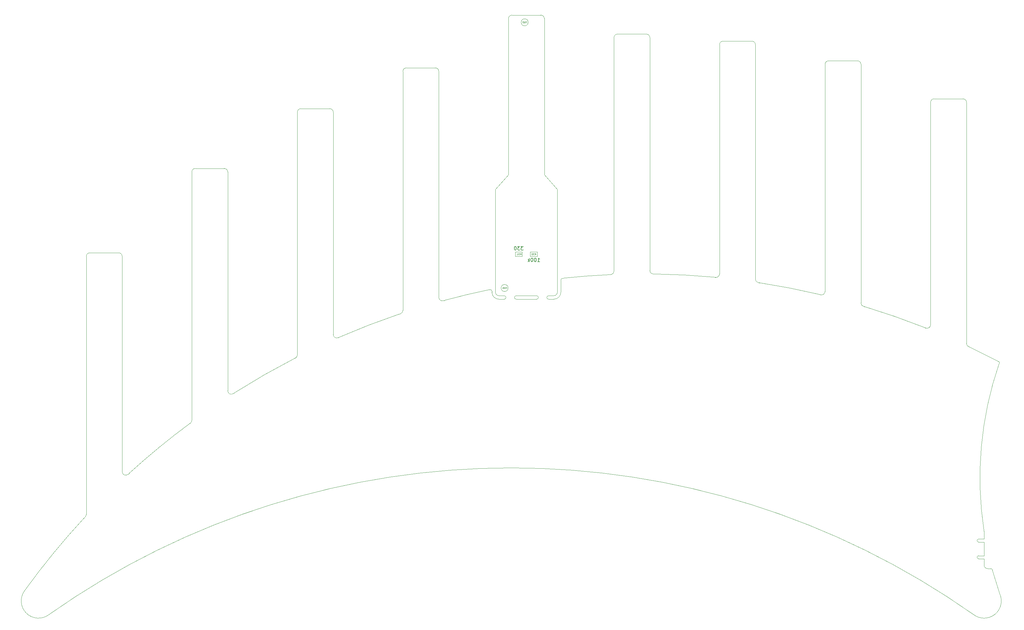
<source format=gbr>
%TF.GenerationSoftware,KiCad,Pcbnew,5.1.10-88a1d61d58~90~ubuntu20.04.1*%
%TF.CreationDate,2021-11-19T20:23:52-08:00*%
%TF.ProjectId,menorah555a,6d656e6f-7261-4683-9535-35612e6b6963,A*%
%TF.SameCoordinates,Original*%
%TF.FileFunction,Other,Fab,Bot*%
%FSLAX46Y46*%
G04 Gerber Fmt 4.6, Leading zero omitted, Abs format (unit mm)*
G04 Created by KiCad (PCBNEW 5.1.10-88a1d61d58~90~ubuntu20.04.1) date 2021-11-19 20:23:52*
%MOMM*%
%LPD*%
G01*
G04 APERTURE LIST*
%TA.AperFunction,Profile*%
%ADD10C,0.050000*%
%TD*%
%ADD11C,0.100000*%
%ADD12C,0.060000*%
%ADD13C,0.150000*%
%ADD14C,0.080000*%
G04 APERTURE END LIST*
D10*
X197600000Y-133200000D02*
X203400000Y-133200000D01*
X197600000Y-134200000D02*
X203400000Y-134200000D01*
X192700000Y-134200000D02*
X194200000Y-134200000D01*
X206800000Y-134200000D02*
X208300000Y-134200000D01*
X192700000Y-133200000D02*
X194200000Y-133200000D01*
X197600000Y-134200000D02*
G75*
G02*
X197600000Y-133200000I0J500000D01*
G01*
X203400000Y-133200000D02*
G75*
G02*
X203400000Y-134200000I0J-500000D01*
G01*
X206800000Y-134200000D02*
G75*
G02*
X206800000Y-133200000I0J500000D01*
G01*
X194200000Y-133200000D02*
G75*
G02*
X194200000Y-134200000I0J-500000D01*
G01*
X330600000Y-208000000D02*
X330600000Y-209800000D01*
X330600000Y-203250000D02*
X330600000Y-207149000D01*
X329030000Y-203249000D02*
G75*
G02*
X329030000Y-202399000I0J425000D01*
G01*
X329030000Y-203249000D02*
X330600000Y-203249000D01*
X329030000Y-202399000D02*
X330600000Y-202399000D01*
X329030000Y-207999000D02*
G75*
G02*
X329030000Y-207149000I0J425000D01*
G01*
X329030000Y-207149000D02*
X330600000Y-207149000D01*
X329030000Y-207999000D02*
X330600000Y-207999000D01*
X334473216Y-151784307D02*
X334841394Y-151986459D01*
X326209269Y-147680505D02*
X326340000Y-147740000D01*
X334473217Y-151784307D02*
G75*
G03*
X326340000Y-147740000I-100603217J-192115693D01*
G01*
X313693401Y-142252243D02*
X313977382Y-142376308D01*
X296341181Y-136225926D02*
X296540000Y-136280000D01*
X313693401Y-142252243D02*
G75*
G03*
X296540000Y-136280000I-79823401J-201647757D01*
G01*
X283817199Y-132845881D02*
X284141181Y-132935926D01*
X266392088Y-129478148D02*
X266730000Y-129520000D01*
X283817199Y-132845881D02*
G75*
G03*
X266730000Y-129520000I-49947199J-211054119D01*
G01*
X253945960Y-127939407D02*
X254312844Y-127986195D01*
X236634899Y-127029391D02*
X236940000Y-127030000D01*
X253945960Y-127939408D02*
G75*
G03*
X236940000Y-127030000I-20075960J-215960592D01*
G01*
X224310641Y-127212249D02*
X224573648Y-127204808D01*
X211100000Y-128200000D02*
X210713176Y-128247596D01*
X224310641Y-127212249D02*
G75*
G03*
X211100000Y-128200000I9559359J-216687751D01*
G01*
X210713176Y-128247596D02*
G75*
G03*
X210300000Y-128740000I86824J-492404D01*
G01*
X189818328Y-131513618D02*
X190070590Y-131457037D01*
X190070590Y-131457037D02*
G75*
G02*
X190700000Y-131940000I129410J-482963D01*
G01*
X177300000Y-134500000D02*
X176925568Y-134605519D01*
X189818328Y-131513619D02*
G75*
G03*
X177300000Y-134500000I44051672J-212386381D01*
G01*
X147100000Y-145100000D02*
X147022618Y-145136308D01*
X164658819Y-138335926D02*
X164398003Y-138414929D01*
X164398003Y-138414928D02*
G75*
G03*
X147100000Y-145100000I69471997J-205485072D01*
G01*
X117400000Y-160900000D02*
X117229320Y-161007146D01*
X134929919Y-150858048D02*
X134801847Y-150922131D01*
X134801848Y-150922131D02*
G75*
G03*
X117400000Y-160900000I99088152J-192977869D01*
G01*
X104841866Y-169519312D02*
X104929919Y-169458048D01*
X75069131Y-196113145D02*
X74841689Y-196355905D01*
X87600000Y-183700000D02*
X87294658Y-183979340D01*
X313977382Y-142376308D02*
G75*
G03*
X315400000Y-141470000I422618J906308D01*
G01*
X284141181Y-132935926D02*
G75*
G03*
X285400000Y-131970000I258819J965926D01*
G01*
X254312844Y-127986195D02*
G75*
G03*
X255400000Y-126990000I87156J996195D01*
G01*
X224573648Y-127204808D02*
G75*
G03*
X225400000Y-126220000I-173648J984808D01*
G01*
X164658819Y-138335926D02*
G75*
G03*
X165400000Y-137370000I-258819J965926D01*
G01*
X134929919Y-150858048D02*
G75*
G03*
X135400000Y-150010000I-529919J848048D01*
G01*
X326209269Y-147680505D02*
G75*
G02*
X325600000Y-146760000I390731J920505D01*
G01*
X296341181Y-136225926D02*
G75*
G02*
X295600000Y-135260000I258819J965926D01*
G01*
X266392088Y-129478148D02*
G75*
G02*
X265600000Y-128500000I207912J978148D01*
G01*
X236634899Y-127029391D02*
G75*
G02*
X235600000Y-126030000I-34899J999391D01*
G01*
X176925568Y-134605519D02*
G75*
G02*
X175600000Y-133660000I-325568J945519D01*
G01*
X147022618Y-145136308D02*
G75*
G02*
X145600000Y-144230000I-422618J906308D01*
G01*
X117229320Y-161007146D02*
G75*
G02*
X115600000Y-160230000I-629320J777146D01*
G01*
X104929919Y-169458048D02*
G75*
G03*
X105400000Y-168610000I-529919J848048D01*
G01*
X87294658Y-183979340D02*
G75*
G02*
X85600000Y-183260000I-694658J719340D01*
G01*
X75069131Y-196113145D02*
G75*
G03*
X75400000Y-195370000I-669131J743145D01*
G01*
X74841689Y-196355905D02*
G75*
G03*
X57824000Y-217136000I158968311J-147544095D01*
G01*
X210300000Y-132200000D02*
X210300000Y-128740000D01*
X190700000Y-132200000D02*
X190700000Y-131940000D01*
X210300000Y-132200000D02*
G75*
G02*
X208300000Y-134200000I-2000000J0D01*
G01*
X192700000Y-134200000D02*
G75*
G02*
X190700000Y-132200000I0J2000000D01*
G01*
X209300000Y-132200000D02*
G75*
G02*
X208300000Y-133200000I-1000000J0D01*
G01*
X192700000Y-133200000D02*
G75*
G02*
X191700000Y-132200000I0J1000000D01*
G01*
X330600000Y-209800000D02*
G75*
G03*
X331600000Y-210800000I1000000J0D01*
G01*
X332889778Y-211022354D02*
X332963500Y-211270827D01*
X332889778Y-211022354D02*
G75*
G03*
X332600000Y-210800000I-289778J-77646D01*
G01*
X331600000Y-210800000D02*
X332600000Y-210800000D01*
X332963500Y-211270827D02*
G75*
G03*
X335030000Y-217906000I96036500J26270827D01*
G01*
X334963541Y-152291394D02*
X334868155Y-152553185D01*
X330600000Y-202399000D02*
X330600000Y-200200000D01*
X334963541Y-152291394D02*
G75*
G03*
X334841394Y-151986459I-213541J91394D01*
G01*
X327511852Y-223813089D02*
X327603497Y-223876946D01*
X64764915Y-223901327D02*
X64850309Y-223837228D01*
X64764915Y-223901326D02*
G75*
G02*
X57824000Y-217136000I-2964915J3901326D01*
G01*
X327603497Y-223876946D02*
G75*
G03*
X335030000Y-217906000I2996503J3876946D01*
G01*
X334868155Y-152553185D02*
G75*
G03*
X330600000Y-200200000I94131845J-32446815D01*
G01*
X104841866Y-169519312D02*
G75*
G03*
X87600000Y-183700000I128968134J-174380688D01*
G01*
X327511852Y-223813090D02*
G75*
G03*
X64850000Y-223840000I-131311852J-186186910D01*
G01*
X285400000Y-67400000D02*
G75*
G02*
X286400000Y-66400000I1000000J0D01*
G01*
X325600000Y-78200000D02*
X325600000Y-146760000D01*
X235600000Y-59800000D02*
X235600000Y-126030000D01*
X234600000Y-58800000D02*
G75*
G02*
X235600000Y-59800000I0J-1000000D01*
G01*
X226400000Y-58800000D02*
X234600000Y-58800000D01*
X225400000Y-59800000D02*
G75*
G02*
X226400000Y-58800000I1000000J0D01*
G01*
X225400000Y-126220000D02*
X225400000Y-59800000D01*
X286400000Y-66400000D02*
X294600000Y-66400000D01*
X315400000Y-78200000D02*
G75*
G02*
X316400000Y-77200000I1000000J0D01*
G01*
X315400000Y-141470000D02*
X315400000Y-78200000D01*
X264600000Y-60800000D02*
G75*
G02*
X265600000Y-61800000I0J-1000000D01*
G01*
X316400000Y-77200000D02*
X324600000Y-77200000D01*
X265600000Y-61800000D02*
X265600000Y-128500000D01*
X295600000Y-67400000D02*
X295600000Y-135260000D01*
X324600000Y-77200000D02*
G75*
G02*
X325600000Y-78200000I0J-1000000D01*
G01*
X255400000Y-126990000D02*
X255400000Y-61800000D01*
X285400000Y-131970000D02*
X285400000Y-67400000D01*
X256400000Y-60800000D02*
X264600000Y-60800000D01*
X294600000Y-66400000D02*
G75*
G02*
X295600000Y-67400000I0J-1000000D01*
G01*
X255400000Y-61800000D02*
G75*
G02*
X256400000Y-60800000I1000000J0D01*
G01*
X165400000Y-69400000D02*
G75*
G02*
X166400000Y-68400000I1000000J0D01*
G01*
X166400000Y-68400000D02*
X174600000Y-68400000D01*
X175600000Y-69400000D02*
X175600000Y-133660000D01*
X165400000Y-137370000D02*
X165400000Y-69400000D01*
X174600000Y-68400000D02*
G75*
G02*
X175600000Y-69400000I0J-1000000D01*
G01*
X145600000Y-81000000D02*
X145600000Y-144230000D01*
X144600000Y-80000000D02*
G75*
G02*
X145600000Y-81000000I0J-1000000D01*
G01*
X136400000Y-80000000D02*
X144600000Y-80000000D01*
X135400000Y-81000000D02*
G75*
G02*
X136400000Y-80000000I1000000J0D01*
G01*
X135400000Y-150010000D02*
X135400000Y-81000000D01*
X115600000Y-98000000D02*
X115600000Y-160230000D01*
X114600000Y-97000000D02*
G75*
G02*
X115600000Y-98000000I0J-1000000D01*
G01*
X106400000Y-97000000D02*
X114600000Y-97000000D01*
X105400000Y-98000000D02*
G75*
G02*
X106400000Y-97000000I1000000J0D01*
G01*
X105400000Y-168610000D02*
X105400000Y-98000000D01*
X205600000Y-98800000D02*
X209300000Y-103000000D01*
X205600000Y-54400000D02*
X205600000Y-98800000D01*
X195400000Y-98800000D02*
X191700000Y-103000000D01*
X195400000Y-54400000D02*
X195400000Y-98800000D01*
X204600000Y-53400000D02*
G75*
G02*
X205600000Y-54400000I0J-1000000D01*
G01*
X196400000Y-53400000D02*
X204600000Y-53400000D01*
X195400000Y-54400000D02*
G75*
G02*
X196400000Y-53400000I1000000J0D01*
G01*
X209300000Y-103000000D02*
X209300000Y-132200000D01*
X206800000Y-133200000D02*
X208300000Y-133200000D01*
X191700000Y-103000000D02*
X191700000Y-132200000D01*
X84600000Y-121000000D02*
G75*
G02*
X85600000Y-122000000I0J-1000000D01*
G01*
X75400000Y-122000000D02*
G75*
G02*
X76400000Y-121000000I1000000J0D01*
G01*
X75400000Y-195370000D02*
X75400000Y-122000000D01*
X85600000Y-122000000D02*
X85600000Y-183260000D01*
X76400000Y-121000000D02*
X84600000Y-121000000D01*
D11*
%TO.C,FID4*%
X195310000Y-131010000D02*
G75*
G03*
X195310000Y-131010000I-1000000J0D01*
G01*
%TO.C,FID3*%
X201010000Y-55460000D02*
G75*
G03*
X201010000Y-55460000I-1000000J0D01*
G01*
%TO.C,R30*%
X201612500Y-122025000D02*
X203612500Y-122025000D01*
X201612500Y-120775000D02*
X201612500Y-122025000D01*
X203612500Y-120775000D02*
X201612500Y-120775000D01*
X203612500Y-122025000D02*
X203612500Y-120775000D01*
%TO.C,R31*%
X199300000Y-120775000D02*
X197300000Y-120775000D01*
X199300000Y-122025000D02*
X199300000Y-120775000D01*
X197300000Y-122025000D02*
X199300000Y-122025000D01*
X197300000Y-120775000D02*
X197300000Y-122025000D01*
%TD*%
%TO.C,FID4*%
D12*
X194738571Y-130981428D02*
X194871904Y-130981428D01*
X194871904Y-131190952D02*
X194871904Y-130790952D01*
X194681428Y-130790952D01*
X194529047Y-131190952D02*
X194529047Y-130790952D01*
X194338571Y-131190952D02*
X194338571Y-130790952D01*
X194243333Y-130790952D01*
X194186190Y-130810000D01*
X194148095Y-130848095D01*
X194129047Y-130886190D01*
X194110000Y-130962380D01*
X194110000Y-131019523D01*
X194129047Y-131095714D01*
X194148095Y-131133809D01*
X194186190Y-131171904D01*
X194243333Y-131190952D01*
X194338571Y-131190952D01*
X193767142Y-130924285D02*
X193767142Y-131190952D01*
X193862380Y-130771904D02*
X193957619Y-131057619D01*
X193710000Y-131057619D01*
%TO.C,FID3*%
X200438571Y-55431428D02*
X200571904Y-55431428D01*
X200571904Y-55640952D02*
X200571904Y-55240952D01*
X200381428Y-55240952D01*
X200229047Y-55640952D02*
X200229047Y-55240952D01*
X200038571Y-55640952D02*
X200038571Y-55240952D01*
X199943333Y-55240952D01*
X199886190Y-55260000D01*
X199848095Y-55298095D01*
X199829047Y-55336190D01*
X199810000Y-55412380D01*
X199810000Y-55469523D01*
X199829047Y-55545714D01*
X199848095Y-55583809D01*
X199886190Y-55621904D01*
X199943333Y-55640952D01*
X200038571Y-55640952D01*
X199676666Y-55240952D02*
X199429047Y-55240952D01*
X199562380Y-55393333D01*
X199505238Y-55393333D01*
X199467142Y-55412380D01*
X199448095Y-55431428D01*
X199429047Y-55469523D01*
X199429047Y-55564761D01*
X199448095Y-55602857D01*
X199467142Y-55621904D01*
X199505238Y-55640952D01*
X199619523Y-55640952D01*
X199657619Y-55621904D01*
X199676666Y-55602857D01*
%TO.C,R30*%
D13*
X203683928Y-123502380D02*
X204255357Y-123502380D01*
X203969642Y-123502380D02*
X203969642Y-122502380D01*
X204064880Y-122645238D01*
X204160119Y-122740476D01*
X204255357Y-122788095D01*
X203064880Y-122502380D02*
X202969642Y-122502380D01*
X202874404Y-122550000D01*
X202826785Y-122597619D01*
X202779166Y-122692857D01*
X202731547Y-122883333D01*
X202731547Y-123121428D01*
X202779166Y-123311904D01*
X202826785Y-123407142D01*
X202874404Y-123454761D01*
X202969642Y-123502380D01*
X203064880Y-123502380D01*
X203160119Y-123454761D01*
X203207738Y-123407142D01*
X203255357Y-123311904D01*
X203302976Y-123121428D01*
X203302976Y-122883333D01*
X203255357Y-122692857D01*
X203207738Y-122597619D01*
X203160119Y-122550000D01*
X203064880Y-122502380D01*
X202112500Y-122502380D02*
X202017261Y-122502380D01*
X201922023Y-122550000D01*
X201874404Y-122597619D01*
X201826785Y-122692857D01*
X201779166Y-122883333D01*
X201779166Y-123121428D01*
X201826785Y-123311904D01*
X201874404Y-123407142D01*
X201922023Y-123454761D01*
X202017261Y-123502380D01*
X202112500Y-123502380D01*
X202207738Y-123454761D01*
X202255357Y-123407142D01*
X202302976Y-123311904D01*
X202350595Y-123121428D01*
X202350595Y-122883333D01*
X202302976Y-122692857D01*
X202255357Y-122597619D01*
X202207738Y-122550000D01*
X202112500Y-122502380D01*
X201350595Y-123502380D02*
X201350595Y-122502380D01*
X201255357Y-123121428D02*
X200969642Y-123502380D01*
X200969642Y-122835714D02*
X201350595Y-123216666D01*
D14*
X202933928Y-121626190D02*
X203100595Y-121388095D01*
X203219642Y-121626190D02*
X203219642Y-121126190D01*
X203029166Y-121126190D01*
X202981547Y-121150000D01*
X202957738Y-121173809D01*
X202933928Y-121221428D01*
X202933928Y-121292857D01*
X202957738Y-121340476D01*
X202981547Y-121364285D01*
X203029166Y-121388095D01*
X203219642Y-121388095D01*
X202767261Y-121126190D02*
X202457738Y-121126190D01*
X202624404Y-121316666D01*
X202552976Y-121316666D01*
X202505357Y-121340476D01*
X202481547Y-121364285D01*
X202457738Y-121411904D01*
X202457738Y-121530952D01*
X202481547Y-121578571D01*
X202505357Y-121602380D01*
X202552976Y-121626190D01*
X202695833Y-121626190D01*
X202743452Y-121602380D01*
X202767261Y-121578571D01*
X202148214Y-121126190D02*
X202100595Y-121126190D01*
X202052976Y-121150000D01*
X202029166Y-121173809D01*
X202005357Y-121221428D01*
X201981547Y-121316666D01*
X201981547Y-121435714D01*
X202005357Y-121530952D01*
X202029166Y-121578571D01*
X202052976Y-121602380D01*
X202100595Y-121626190D01*
X202148214Y-121626190D01*
X202195833Y-121602380D01*
X202219642Y-121578571D01*
X202243452Y-121530952D01*
X202267261Y-121435714D01*
X202267261Y-121316666D01*
X202243452Y-121221428D01*
X202219642Y-121173809D01*
X202195833Y-121150000D01*
X202148214Y-121126190D01*
%TO.C,R31*%
D13*
X199585714Y-119202380D02*
X198966666Y-119202380D01*
X199300000Y-119583333D01*
X199157142Y-119583333D01*
X199061904Y-119630952D01*
X199014285Y-119678571D01*
X198966666Y-119773809D01*
X198966666Y-120011904D01*
X199014285Y-120107142D01*
X199061904Y-120154761D01*
X199157142Y-120202380D01*
X199442857Y-120202380D01*
X199538095Y-120154761D01*
X199585714Y-120107142D01*
X198633333Y-119202380D02*
X198014285Y-119202380D01*
X198347619Y-119583333D01*
X198204761Y-119583333D01*
X198109523Y-119630952D01*
X198061904Y-119678571D01*
X198014285Y-119773809D01*
X198014285Y-120011904D01*
X198061904Y-120107142D01*
X198109523Y-120154761D01*
X198204761Y-120202380D01*
X198490476Y-120202380D01*
X198585714Y-120154761D01*
X198633333Y-120107142D01*
X197395238Y-119202380D02*
X197300000Y-119202380D01*
X197204761Y-119250000D01*
X197157142Y-119297619D01*
X197109523Y-119392857D01*
X197061904Y-119583333D01*
X197061904Y-119821428D01*
X197109523Y-120011904D01*
X197157142Y-120107142D01*
X197204761Y-120154761D01*
X197300000Y-120202380D01*
X197395238Y-120202380D01*
X197490476Y-120154761D01*
X197538095Y-120107142D01*
X197585714Y-120011904D01*
X197633333Y-119821428D01*
X197633333Y-119583333D01*
X197585714Y-119392857D01*
X197538095Y-119297619D01*
X197490476Y-119250000D01*
X197395238Y-119202380D01*
D14*
X198721428Y-121626190D02*
X198888095Y-121388095D01*
X199007142Y-121626190D02*
X199007142Y-121126190D01*
X198816666Y-121126190D01*
X198769047Y-121150000D01*
X198745238Y-121173809D01*
X198721428Y-121221428D01*
X198721428Y-121292857D01*
X198745238Y-121340476D01*
X198769047Y-121364285D01*
X198816666Y-121388095D01*
X199007142Y-121388095D01*
X198554761Y-121126190D02*
X198245238Y-121126190D01*
X198411904Y-121316666D01*
X198340476Y-121316666D01*
X198292857Y-121340476D01*
X198269047Y-121364285D01*
X198245238Y-121411904D01*
X198245238Y-121530952D01*
X198269047Y-121578571D01*
X198292857Y-121602380D01*
X198340476Y-121626190D01*
X198483333Y-121626190D01*
X198530952Y-121602380D01*
X198554761Y-121578571D01*
X197769047Y-121626190D02*
X198054761Y-121626190D01*
X197911904Y-121626190D02*
X197911904Y-121126190D01*
X197959523Y-121197619D01*
X198007142Y-121245238D01*
X198054761Y-121269047D01*
%TD*%
M02*

</source>
